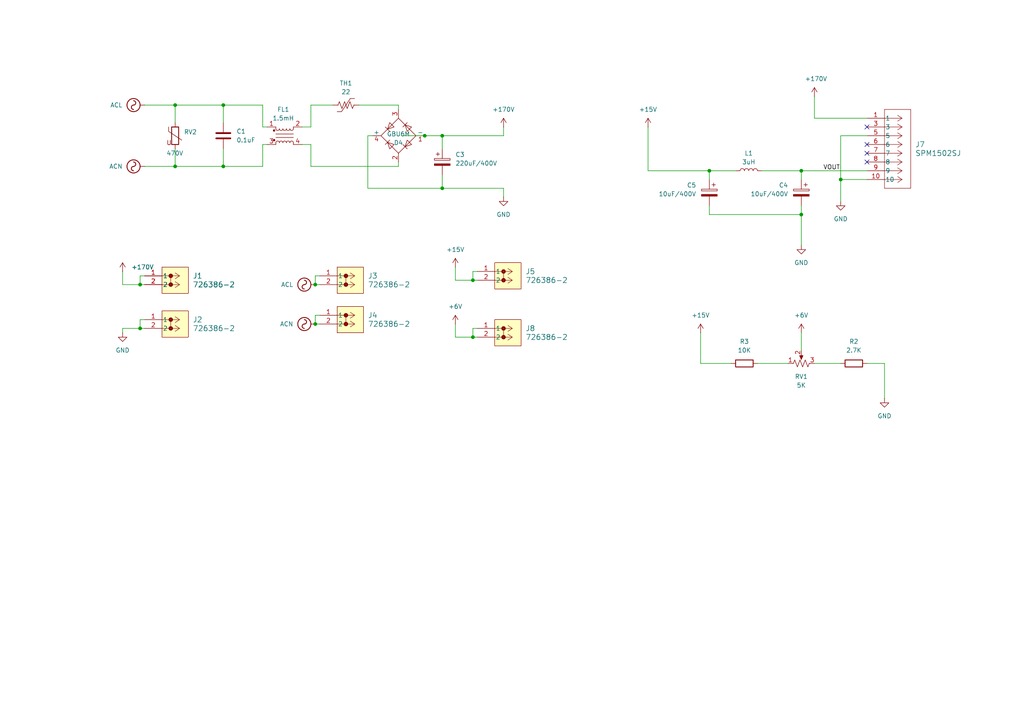
<source format=kicad_sch>
(kicad_sch (version 20250114) (generator "eeschema") (generator_version "9.0")
  (paper "A4")
  (lib_symbols
    (symbol "Device:C" (pin_numbers (hide yes)) (pin_names (offset 0.254))
      (property "Reference" "C" (at 0.635 2.54 0))
      (property "Value" "C" (at 0.635 -2.54 0))
      (symbol "C_0_1"
        (polyline (pts (xy -2.032 0.762) (xy 2.032 0.762)) (stroke (width 0.508)))
        (polyline (pts (xy -2.032 -0.762) (xy 2.032 -0.762)) (stroke (width 0.508)))
      )
      (symbol "C_1_1"
        (pin passive line (at 0 3.81 270) (length 2.794) (name "~") (number "1"))
        (pin passive line (at 0 -3.81 90) (length 2.794) (name "~") (number "2"))
      )
    )
    (symbol "Device:C_Polarized" (pin_numbers (hide yes)) (pin_names (offset 0.254))
      (property "Reference" "C" (at 0.635 2.54 0))
      (property "Value" "C_Polarized" (at 0.635 -2.54 0))
      (symbol "C_Polarized_0_1"
        (rectangle (start -2.286 0.508) (end 2.286 1.016))
        (polyline (pts (xy -1.778 2.286) (xy -0.762 2.286)))
        (polyline (pts (xy -1.27 2.794) (xy -1.27 1.778)))
        (rectangle (start 2.286 -0.508) (end -2.286 -1.016) (fill (type outline)))
      )
      (symbol "C_Polarized_1_1"
        (pin passive line (at 0 3.81 270) (length 2.794) (name "~") (number "1"))
        (pin passive line (at 0 -3.81 90) (length 2.794) (name "~") (number "2"))
      )
    )
    (symbol "Device:L" (pin_numbers (hide yes)) (pin_names (offset 1.016) (hide yes))
      (property "Reference" "L" (at -1.27 0 90))
      (property "Value" "L" (at 1.905 0 90))
      (symbol "L_0_1"
        (arc (start 0 2.54) (mid 0.6323 1.905) (end 0 1.27))
        (arc (start 0 1.27) (mid 0.6323 0.635) (end 0 0))
        (arc (start 0 0) (mid 0.6323 -0.635) (end 0 -1.27))
        (arc (start 0 -1.27) (mid 0.6323 -1.905) (end 0 -2.54))
      )
      (symbol "L_1_1"
        (pin passive line (at 0 3.81 270) (length 1.27) (name "1") (number "1"))
        (pin passive line (at 0 -3.81 90) (length 1.27) (name "2") (number "2"))
      )
    )
    (symbol "Device:R" (pin_numbers (hide yes)) (pin_names (offset 0))
      (property "Reference" "R" (at 2.032 0 90))
      (property "Value" "R" (at 0 0 90))
      (symbol "R_0_1"
        (rectangle (start -1.016 -2.54) (end 1.016 2.54) (stroke (width 0.254)))
      )
      (symbol "R_1_1"
        (pin passive line (at 0 3.81 270) (length 1.27) (name "~") (number "1"))
        (pin passive line (at 0 -3.81 90) (length 1.27) (name "~") (number "2"))
      )
    )
    (symbol "Device:R_Potentiometer_US" (pin_names (offset 1.016) (hide yes))
      (property "Reference" "RV" (at -4.445 0 90))
      (property "Value" "R_Potentiometer_US" (at -2.54 0 90))
      (symbol "R_Potentiometer_US_0_1"
        (polyline (pts (xy 0 2.54) (xy 0 2.286)))
        (polyline (pts (xy 0 2.286) (xy 1.016 1.905) (xy 0 1.524) (xy -1.016 1.143) (xy 0 0.762)))
        (polyline (pts (xy 0 0.762) (xy 1.016 0.381) (xy 0 0) (xy -1.016 -0.381) (xy 0 -0.762)))
        (polyline (pts (xy 0 -0.762) (xy 1.016 -1.143) (xy 0 -1.524) (xy -1.016 -1.905) (xy 0 -2.286)))
        (polyline (pts (xy 0 -2.286) (xy 0 -2.54)))
        (polyline (pts (xy 1.143 0) (xy 2.286 0.508) (xy 2.286 -0.508) (xy 1.143 0)) (fill (type outline)))
        (polyline (pts (xy 2.54 0) (xy 1.524 0)))
      )
      (symbol "R_Potentiometer_US_1_1"
        (pin passive line (at 0 3.81 270) (length 1.27) (name "1") (number "1"))
        (pin passive line (at 0 -3.81 90) (length 1.27) (name "3") (number "3"))
        (pin passive line (at 3.81 0 180) (length 1.27) (name "2") (number "2"))
      )
    )
    (symbol "Device:Thermistor_US" (pin_numbers (hide yes)) (pin_names (offset 0))
      (property "Reference" "TH" (at 2.54 1.27 90))
      (property "Value" "Thermistor_US" (at -2.54 0 90))
      (symbol "Thermistor_US_0_1"
        (polyline (pts (xy -1.905 2.54) (xy -1.905 1.27) (xy 1.905 -1.27)))
        (polyline (pts (xy 0 2.286) (xy 0 2.54)))
        (polyline (pts (xy 0 2.286) (xy 1.016 1.905) (xy 0 1.524) (xy -1.016 1.143) (xy 0 0.762)))
        (polyline (pts (xy 0 0.762) (xy 1.016 0.381) (xy 0 0) (xy -1.016 -0.381) (xy 0 -0.762)))
        (polyline (pts (xy 0 -0.762) (xy 1.016 -1.143) (xy 0 -1.524) (xy -1.016 -1.905) (xy 0 -2.286)))
        (polyline (pts (xy 0 -2.286) (xy 0 -2.54)))
        (polyline (pts (xy 1.905 -1.27) (xy 1.905 -2.54)))
      )
      (symbol "Thermistor_US_1_1"
        (pin passive line (at 0 3.81 270) (length 1.27) (name "~") (number "1"))
        (pin passive line (at 0 -3.81 90) (length 1.27) (name "~") (number "2"))
      )
    )
    (symbol "Device:Varistor" (pin_numbers (hide yes)) (pin_names (offset 0))
      (property "Reference" "RV" (at 3.175 0 90))
      (property "Value" "Varistor" (at -3.175 0 90))
      (symbol "Varistor_0_0"
        (text "U" (at -1.778 -2.032 0) (effects (font (size 1.27 1.27))))
      )
      (symbol "Varistor_0_1"
        (polyline (pts (xy -1.905 2.54) (xy -1.905 1.27) (xy 1.905 -1.27)))
        (rectangle (start -1.016 -2.54) (end 1.016 2.54) (stroke (width 0.254)))
      )
      (symbol "Varistor_1_1"
        (pin passive line (at 0 3.81 270) (length 1.27) (name "~") (number "1"))
        (pin passive line (at 0 -3.81 90) (length 1.27) (name "~") (number "2"))
      )
    )
    (symbol "Diode_Bridge:B40C5000-3x00A" (pin_names (offset 0))
      (property "Reference" "D" (at 2.54 6.985 0))
      (property "Value" "B40C5000-3x00A" (at 2.54 5.08 0))
      (symbol "B40C5000-3x00A_0_1"
        (polyline (pts (xy -5.08 0) (xy 0 -5.08) (xy 5.08 0) (xy 0 5.08) (xy -5.08 0)))
        (polyline (pts (xy -3.81 2.54) (xy -2.54 1.27) (xy -1.905 3.175) (xy -3.81 2.54)))
        (polyline (pts (xy -2.54 3.81) (xy -1.27 2.54)))
        (polyline (pts (xy -2.54 -1.27) (xy -3.81 -2.54) (xy -1.905 -3.175) (xy -2.54 -1.27)))
        (polyline (pts (xy -1.27 -2.54) (xy -2.54 -3.81)))
        (polyline (pts (xy 1.27 2.54) (xy 2.54 3.81) (xy 3.175 1.905) (xy 1.27 2.54)))
        (polyline (pts (xy 2.54 1.27) (xy 3.81 2.54)))
        (polyline (pts (xy 2.54 -1.27) (xy 3.81 -2.54)))
        (polyline (pts (xy 3.175 -1.905) (xy 1.27 -2.54) (xy 2.54 -3.81) (xy 3.175 -1.905)))
      )
      (symbol "B40C5000-3x00A_1_1"
        (pin passive line (at -7.62 0 0) (length 2.54) (name "-") (number "1"))
        (pin passive line (at 0 7.62 270) (length 2.54) (name "~") (number "2"))
        (pin passive line (at 0 -7.62 90) (length 2.54) (name "~") (number "3"))
        (pin passive line (at 7.62 0 180) (length 2.54) (name "+") (number "4"))
      )
    )
    (symbol "Filter:Choke_Schaffner_RN102-0.3-02-12M" (pin_names (hide yes))
      (property "Reference" "FL" (at 0 5.08 0))
      (property "Value" "Choke_Schaffner_RN102-0.3-02-12M" (at 0 -5.08 0))
      (symbol "Choke_Schaffner_RN102-0.3-02-12M_1_1"
        (circle (center -3.048 1.524) (radius 0.254) (fill (type outline)))
        (circle (center -3.048 -1.27) (radius 0.254) (fill (type outline)))
        (polyline (pts (xy -2.54 2.032) (xy -2.54 2.54)))
        (polyline (pts (xy -2.54 0.508) (xy 2.54 0.508)))
        (polyline (pts (xy -2.54 -2.032) (xy -2.54 -2.54)))
        (arc (start -1.524 2.032) (mid -2.032 1.5262) (end -2.54 2.032))
        (arc (start -2.54 -2.032) (mid -2.032 -1.5262) (end -1.524 -2.032))
        (arc (start -0.508 2.032) (mid -1.016 1.5262) (end -1.524 2.032))
        (arc (start -1.524 -2.032) (mid -1.016 -1.5262) (end -0.508 -2.032))
        (arc (start 0.508 2.032) (mid 0 1.5262) (end -0.508 2.032))
        (arc (start -0.508 -2.032) (mid 0 -1.5262) (end 0.508 -2.032))
        (arc (start 1.524 2.032) (mid 1.016 1.5262) (end 0.508 2.032))
        (arc (start 0.508 -2.032) (mid 1.016 -1.5262) (end 1.524 -2.032))
        (arc (start 2.54 2.032) (mid 2.032 1.5262) (end 1.524 2.032))
        (arc (start 1.524 -2.032) (mid 2.032 -1.5262) (end 2.54 -2.032))
        (polyline (pts (xy 2.54 2.54) (xy 2.54 2.032)))
        (polyline (pts (xy 2.54 -0.508) (xy -2.54 -0.508)))
        (polyline (pts (xy 2.54 -2.032) (xy 2.54 -2.54)))
        (pin passive line (at -5.08 2.54 0) (length 2.54) (name "1") (number "1"))
        (pin passive line (at -5.08 -2.54 0) (length 2.54) (name "3") (number "3"))
        (pin passive line (at 5.08 2.54 180) (length 2.54) (name "2") (number "2"))
        (pin passive line (at 5.08 -2.54 180) (length 2.54) (name "4") (number "4"))
      )
    )
    (symbol "ac-dc-converter:726386-2" (pin_names (offset 0.254))
      (property "Reference" "J" (at 8.89 6.35 0))
      (property "Value" "726386-2" (at 0 0 0))
      (symbol "726386-2_1_1"
        (rectangle (start 5.08 2.54) (end 12.7 -5.08) (fill (type color) (color 255 255 194 1)))
        (circle (center 7.62 0) (radius 0.127) (stroke (width 0.508)))
        (polyline (pts (xy 7.62 0) (xy 7.62 -2.54)) (stroke (width 0.127)))
        (circle (center 7.62 -2.54) (radius 0.127) (stroke (width 0.508)))
        (polyline (pts (xy 10.16 0) (xy 8.89 -0.8467)) (stroke (width 0.127)))
        (polyline (pts (xy 10.16 0) (xy 5.08 0)) (stroke (width 0.127)))
        (polyline (pts (xy 10.16 0) (xy 8.89 0.8467)) (stroke (width 0.127)))
        (polyline (pts (xy 10.16 -2.54) (xy 8.89 -3.3867)) (stroke (width 0.127)))
        (polyline (pts (xy 10.16 -2.54) (xy 5.08 -2.54)) (stroke (width 0.127)))
        (polyline (pts (xy 10.16 -2.54) (xy 8.89 -1.6933)) (stroke (width 0.127)))
        (pin unspecified line (at 0 0 0) (length 5.08) (name "1") (number "1"))
        (pin unspecified line (at 0 -2.54 0) (length 5.08) (name "2") (number "2"))
      )
      (symbol "726386-2_1_2"
        (polyline (pts (xy 5.08 2.54) (xy 5.08 -5.08)) (stroke (width 0.127)))
        (polyline (pts (xy 5.08 -5.08) (xy 12.7 -5.08)) (stroke (width 0.127)))
        (polyline (pts (xy 6.35 0) (xy 6.35 -2.54)) (stroke (width 0.127)))
        (circle (center 6.35 0) (radius 0.127) (stroke (width 0.508)))
        (circle (center 6.35 -2.54) (radius 0.127) (stroke (width 0.508)))
        (polyline (pts (xy 7.62 0) (xy 5.08 0)) (stroke (width 0.127)))
        (polyline (pts (xy 7.62 0) (xy 8.89 -0.8467)) (stroke (width 0.127)))
        (polyline (pts (xy 7.62 0) (xy 8.89 0.8467)) (stroke (width 0.127)))
        (polyline (pts (xy 7.62 -2.54) (xy 8.89 -3.3867)) (stroke (width 0.127)))
        (polyline (pts (xy 7.62 -2.54) (xy 5.08 -2.54)) (stroke (width 0.127)))
        (polyline (pts (xy 7.62 -2.54) (xy 8.89 -1.6933)) (stroke (width 0.127)))
        (polyline (pts (xy 12.7 2.54) (xy 5.08 2.54)) (stroke (width 0.127)))
        (polyline (pts (xy 12.7 -5.08) (xy 12.7 2.54)) (stroke (width 0.127)))
        (pin unspecified line (at 0 0 0) (length 5.08) (name "1") (number "1"))
        (pin unspecified line (at 0 -2.54 0) (length 5.08) (name "2") (number "2"))
      )
    )
    (symbol "ac-dc-converter:SPM1502SJ" (pin_names (offset 0.254))
      (property "Reference" "J" (at 8.89 6.35 0))
      (property "Value" "SPM1502SJ" (at 0 0 0))
      (symbol "SPM1502SJ_0_1"
        (polyline (pts (xy 5.08 2.54) (xy 5.08 -20.32)) (stroke (width 0.127)))
        (polyline (pts (xy 5.08 -20.32) (xy 12.7 -20.32)) (stroke (width 0.127)))
        (polyline (pts (xy 10.16 0) (xy 8.89 -0.8467)) (stroke (width 0.127)))
        (polyline (pts (xy 10.16 0) (xy 5.08 0)) (stroke (width 0.127)))
        (polyline (pts (xy 10.16 0) (xy 8.89 0.8467)) (stroke (width 0.127)))
        (polyline (pts (xy 10.16 -2.54) (xy 8.89 -3.3867)) (stroke (width 0.127)))
        (polyline (pts (xy 10.16 -2.54) (xy 5.08 -2.54)) (stroke (width 0.127)))
        (polyline (pts (xy 10.16 -2.54) (xy 8.89 -1.6933)) (stroke (width 0.127)))
        (polyline (pts (xy 10.16 -5.08) (xy 5.08 -5.08)) (stroke (width 0.127)))
        (polyline (pts (xy 10.16 -5.08) (xy 8.89 -4.2333)) (stroke (width 0.127)))
        (polyline (pts (xy 10.16 -5.08) (xy 8.89 -5.9267)) (stroke (width 0.127)))
        (polyline (pts (xy 10.16 -7.62) (xy 8.89 -6.7733)) (stroke (width 0.127)))
        (polyline (pts (xy 10.16 -7.62) (xy 8.89 -8.4667)) (stroke (width 0.127)))
        (polyline (pts (xy 10.16 -7.62) (xy 5.08 -7.62)) (stroke (width 0.127)))
        (polyline (pts (xy 10.16 -10.16) (xy 5.08 -10.16)) (stroke (width 0.127)))
        (polyline (pts (xy 10.16 -10.16) (xy 8.89 -11.0067)) (stroke (width 0.127)))
        (polyline (pts (xy 10.16 -10.16) (xy 8.89 -9.3133)) (stroke (width 0.127)))
        (polyline (pts (xy 10.16 -12.7) (xy 8.89 -13.5467)) (stroke (width 0.127)))
        (polyline (pts (xy 10.16 -12.7) (xy 8.89 -11.8533)) (stroke (width 0.127)))
        (polyline (pts (xy 10.16 -12.7) (xy 5.08 -12.7)) (stroke (width 0.127)))
        (polyline (pts (xy 10.16 -15.24) (xy 5.08 -15.24)) (stroke (width 0.127)))
        (polyline (pts (xy 10.16 -15.24) (xy 8.89 -16.0867)) (stroke (width 0.127)))
        (polyline (pts (xy 10.16 -15.24) (xy 8.89 -14.3933)) (stroke (width 0.127)))
        (polyline (pts (xy 10.16 -17.78) (xy 8.89 -18.6267)) (stroke (width 0.127)))
        (polyline (pts (xy 10.16 -17.78) (xy 8.89 -16.9333)) (stroke (width 0.127)))
        (polyline (pts (xy 10.16 -17.78) (xy 5.08 -17.78)) (stroke (width 0.127)))
        (polyline (pts (xy 12.7 2.54) (xy 5.08 2.54)) (stroke (width 0.127)))
        (polyline (pts (xy 12.7 -20.32) (xy 12.7 2.54)) (stroke (width 0.127)))
        (pin unspecified line (at 0 0 0) (length 5.08) (name "1") (number "1"))
        (pin unspecified line (at 0 -2.54 0) (length 5.08) (name "3") (number "3"))
        (pin unspecified line (at 0 -5.08 0) (length 5.08) (name "5") (number "5"))
        (pin unspecified line (at 0 -7.62 0) (length 5.08) (name "6") (number "6"))
        (pin unspecified line (at 0 -10.16 0) (length 5.08) (name "7") (number "7"))
        (pin unspecified line (at 0 -12.7 0) (length 5.08) (name "8") (number "8"))
        (pin unspecified line (at 0 -15.24 0) (length 5.08) (name "9") (number "9"))
        (pin unspecified line (at 0 -17.78 0) (length 5.08) (name "10") (number "10"))
      )
    )
    (symbol "power:+15V" (power) (pin_numbers (hide yes)) (pin_names (offset 0) (hide yes))
      (property "Value" "+15V" (at 0 3.556 0))
      (symbol "+15V_0_1"
        (polyline (pts (xy -0.762 1.27) (xy 0 2.54)))
        (polyline (pts (xy 0 2.54) (xy 0.762 1.27)))
        (polyline (pts (xy 0 0) (xy 0 2.54)))
      )
      (symbol "+15V_1_1"
        (pin power_in line (at 0 0 90) (length 0) (name "~") (number "1"))
      )
    )
    (symbol "power:+48V" (power) (pin_numbers (hide yes)) (pin_names (offset 0) (hide yes))
      (property "Value" "+48V" (at 0 3.556 0))
      (symbol "+48V_0_1"
        (polyline (pts (xy -0.762 1.27) (xy 0 2.54)))
        (polyline (pts (xy 0 2.54) (xy 0.762 1.27)))
        (polyline (pts (xy 0 0) (xy 0 2.54)))
      )
      (symbol "+48V_1_1"
        (pin power_in line (at 0 0 90) (length 0) (name "~") (number "1"))
      )
    )
    (symbol "power:AC" (power) (pin_numbers (hide yes)) (pin_names (offset 0) (hide yes))
      (property "Value" "AC" (at 0 6.35 0))
      (symbol "AC_0_1"
        (arc (start -1.27 3.175) (mid -0.635 3.8073) (end 0 3.175) (stroke (width 0.254)))
        (circle (center 0 3.175) (radius 1.905) (stroke (width 0.254)))
        (polyline (pts (xy 0 0) (xy 0 1.27)))
        (arc (start 1.27 3.175) (mid 0.635 2.5427) (end 0 3.175) (stroke (width 0.254)))
      )
      (symbol "AC_1_1"
        (pin power_in line (at 0 0 90) (length 0) (name "~") (number "1"))
      )
    )
    (symbol "power:GND" (power) (pin_numbers (hide yes)) (pin_names (offset 0) (hide yes))
      (property "Value" "GND" (at 0 -3.81 0))
      (symbol "GND_0_1"
        (polyline (pts (xy 0 0) (xy 0 -1.27) (xy 1.27 -1.27) (xy 0 -2.54) (xy -1.27 -1.27) (xy 0 -1.27)))
      )
      (symbol "GND_1_1"
        (pin power_in line (at 0 0 270) (length 0) (name "~") (number "1"))
      )
    )
  )
  (junction (at 64.77 48.26))
  (junction (at 91.44 93.98))
  (junction (at 137.16 81.28))
  (junction (at 40.64 95.25))
  (junction (at 205.74 49.53))
  (junction (at 137.16 97.79))
  (junction (at 50.8 30.48))
  (junction (at 128.27 54.61))
  (junction (at 232.41 49.53))
  (junction (at 50.8 48.26))
  (junction (at 40.64 82.55))
  (junction (at 243.84 52.07))
  (junction (at 91.44 82.55))
  (junction (at 123.19 39.37))
  (junction (at 128.27 39.37))
  (junction (at 64.77 30.48))
  (junction (at 232.41 62.23))
  (no_connect (at 251.46 44.45))
  (no_connect (at 251.46 36.83))
  (no_connect (at 251.46 41.91))
  (no_connect (at 251.46 46.99))
  (wire (pts (xy 232.41 62.23) (xy 205.74 62.23)))
  (wire (pts (xy 232.41 59.69) (xy 232.41 62.23)))
  (wire (pts (xy 91.44 82.55) (xy 92.71 82.55)))
  (wire (pts (xy 35.56 78.74) (xy 35.56 82.55)))
  (wire (pts (xy 41.91 80.01) (xy 40.64 80.01)))
  (wire (pts (xy 251.46 34.29) (xy 236.22 34.29)))
  (wire (pts (xy 251.46 39.37) (xy 243.84 39.37)))
  (wire (pts (xy 41.91 48.26) (xy 50.8 48.26)))
  (wire (pts (xy 128.27 50.8) (xy 128.27 54.61)))
  (wire (pts (xy 132.08 77.47) (xy 132.08 81.28)))
  (wire (pts (xy 123.19 39.37) (xy 128.27 39.37)))
  (wire (pts (xy 92.71 80.01) (xy 91.44 80.01)))
  (wire (pts (xy 128.27 39.37) (xy 146.05 39.37)))
  (wire (pts (xy 138.43 95.25) (xy 137.16 95.25)))
  (wire (pts (xy 76.2 41.91) (xy 76.2 48.26)))
  (wire (pts (xy 40.64 92.71) (xy 40.64 95.25)))
  (wire (pts (xy 205.74 49.53) (xy 205.74 52.07)))
  (wire (pts (xy 76.2 30.48) (xy 76.2 36.83)))
  (wire (pts (xy 35.56 96.52) (xy 35.56 95.25)))
  (wire (pts (xy 243.84 52.07) (xy 251.46 52.07)))
  (wire (pts (xy 128.27 39.37) (xy 128.27 43.18)))
  (wire (pts (xy 91.44 93.98) (xy 92.71 93.98)))
  (wire (pts (xy 92.71 91.44) (xy 91.44 91.44)))
  (wire (pts (xy 232.41 49.53) (xy 220.98 49.53)))
  (wire (pts (xy 64.77 30.48) (xy 76.2 30.48)))
  (wire (pts (xy 236.22 105.41) (xy 243.84 105.41)))
  (wire (pts (xy 50.8 30.48) (xy 64.77 30.48)))
  (wire (pts (xy 64.77 48.26) (xy 76.2 48.26)))
  (wire (pts (xy 91.44 91.44) (xy 91.44 93.98)))
  (wire (pts (xy 64.77 43.18) (xy 64.77 48.26)))
  (wire (pts (xy 256.54 105.41) (xy 256.54 115.57)))
  (wire (pts (xy 40.64 82.55) (xy 41.91 82.55)))
  (wire (pts (xy 243.84 39.37) (xy 243.84 52.07)))
  (wire (pts (xy 146.05 54.61) (xy 146.05 57.15)))
  (wire (pts (xy 50.8 48.26) (xy 64.77 48.26)))
  (wire (pts (xy 41.91 30.48) (xy 50.8 30.48)))
  (wire (pts (xy 232.41 52.07) (xy 232.41 49.53)))
  (wire (pts (xy 137.16 95.25) (xy 137.16 97.79)))
  (wire (pts (xy 106.68 54.61) (xy 128.27 54.61)))
  (wire (pts (xy 232.41 62.23) (xy 232.41 71.12)))
  (wire (pts (xy 116.84 39.37) (xy 123.19 39.37)))
  (wire (pts (xy 90.17 36.83) (xy 90.17 30.48)))
  (wire (pts (xy 115.57 46.99) (xy 115.57 48.26)))
  (wire (pts (xy 232.41 96.52) (xy 232.41 101.6)))
  (wire (pts (xy 76.2 36.83) (xy 77.47 36.83)))
  (wire (pts (xy 146.05 36.83) (xy 146.05 39.37)))
  (wire (pts (xy 132.08 93.98) (xy 132.08 97.79)))
  (wire (pts (xy 64.77 30.48) (xy 64.77 35.56)))
  (wire (pts (xy 104.14 30.48) (xy 115.57 30.48)))
  (wire (pts (xy 187.96 36.83) (xy 187.96 49.53)))
  (wire (pts (xy 106.68 39.37) (xy 106.68 54.61)))
  (wire (pts (xy 77.47 41.91) (xy 76.2 41.91)))
  (wire (pts (xy 90.17 30.48) (xy 96.52 30.48)))
  (wire (pts (xy 213.36 49.53) (xy 205.74 49.53)))
  (wire (pts (xy 128.27 54.61) (xy 146.05 54.61)))
  (wire (pts (xy 87.63 36.83) (xy 90.17 36.83)))
  (wire (pts (xy 115.57 30.48) (xy 115.57 31.75)))
  (wire (pts (xy 40.64 95.25) (xy 41.91 95.25)))
  (wire (pts (xy 35.56 95.25) (xy 40.64 95.25)))
  (wire (pts (xy 232.41 49.53) (xy 251.46 49.53)))
  (wire (pts (xy 243.84 52.07) (xy 243.84 58.42)))
  (wire (pts (xy 90.17 48.26) (xy 115.57 48.26)))
  (wire (pts (xy 236.22 27.94) (xy 236.22 34.29)))
  (wire (pts (xy 132.08 97.79) (xy 137.16 97.79)))
  (wire (pts (xy 137.16 78.74) (xy 137.16 81.28)))
  (wire (pts (xy 251.46 105.41) (xy 256.54 105.41)))
  (wire (pts (xy 212.09 105.41) (xy 203.2 105.41)))
  (wire (pts (xy 87.63 41.91) (xy 90.17 41.91)))
  (wire (pts (xy 50.8 30.48) (xy 50.8 35.56)))
  (wire (pts (xy 132.08 81.28) (xy 137.16 81.28)))
  (wire (pts (xy 228.6 105.41) (xy 219.71 105.41)))
  (wire (pts (xy 137.16 97.79) (xy 138.43 97.79)))
  (wire (pts (xy 205.74 59.69) (xy 205.74 62.23)))
  (wire (pts (xy 137.16 81.28) (xy 138.43 81.28)))
  (wire (pts (xy 205.74 49.53) (xy 187.96 49.53)))
  (wire (pts (xy 107.95 39.37) (xy 106.68 39.37)))
  (wire (pts (xy 40.64 80.01) (xy 40.64 82.55)))
  (wire (pts (xy 50.8 43.18) (xy 50.8 48.26)))
  (wire (pts (xy 90.17 41.91) (xy 90.17 48.26)))
  (wire (pts (xy 35.56 82.55) (xy 40.64 82.55)))
  (wire (pts (xy 203.2 96.52) (xy 203.2 105.41)))
  (wire (pts (xy 138.43 78.74) (xy 137.16 78.74)))
  (wire (pts (xy 91.44 80.01) (xy 91.44 82.55)))
  (wire (pts (xy 41.91 92.71) (xy 40.64 92.71)))
  (label "VOUT" (at 238.76 49.53 0))
  (symbol (lib_id "ac-dc-converter:726386-2") (at 138.43 95.25 0) (unit 1)
    (property "Reference" "J8" (at 152.4 95.2499 0) (effects (font (size 1.524 1.524)) (justify left)))
    (property "Value" "726386-2" (at 152.4 97.7899 0) (effects (font (size 1.524 1.524)) (justify left)))
    (property "Footprint" "ac-dc-converter:CONN_726386-2_TEC" (effects (hide yes)))
    (property "Datasheet" "726386-2" (effects (hide yes)))
    (property "Part" "726386-2" (effects (hide yes)))
  )
  (symbol (lib_id "power:+48V") (at 236.22 27.94 0) (unit 1)
    (property "Reference" "#PWR010" (effects (hide yes)))
    (property "Value" "+170V" (at 233.426 22.86 0) (effects (justify left)))
    (property "Description" "Power symbol creates a global label with name \"+48V\"" (effects (hide yes)))
  )
  (symbol (lib_id "power:AC") (at 91.44 93.98 90) (unit 1)
    (property "Reference" "#PWR05" (effects (hide yes)))
    (property "Value" "ACN" (at 85.09 93.9799 90) (effects (justify left)))
    (property "Description" "Power symbol creates a global label with name \"AC\"" (effects (hide yes)))
  )
  (symbol (lib_id "Device:Varistor") (at 50.8 39.37 0) (unit 1)
    (property "Reference" "RV2" (at 53.34 38.2932 0) (effects (justify left)))
    (property "Value" "470V" (at 48.26 44.45 0) (effects (justify left)))
    (property "Footprint" "ac-dc-converter:VAR_MOV-10D471K_BRN" (effects (hide yes)))
    (property "Datasheet" "https://www.bourns.com/docs/Product-Datasheets/MOV10D.pdf" (effects (hide yes)))
    (property "Sim.Name" "kicad_builtin_varistor" (effects (hide yes)))
    (property "Sim.Device" "SUBCKT" (effects (hide yes)))
    (property "Sim.Pins" "1=A 2=B" (effects (hide yes)))
    (property "Sim.Params" "threshold=1k" (effects (hide yes)))
    (property "Sim.Library" "${KICAD7_SYMBOL_DIR}/Simulation_SPICE.sp" (effects (hide yes)))
    (property "Part" "MOV-10D471K" (effects (hide yes)))
  )
  (symbol (lib_id "ac-dc-converter:726386-2") (at 92.71 80.01 0) (unit 1)
    (property "Reference" "J3" (at 106.68 80.0099 0) (effects (font (size 1.524 1.524)) (justify left)))
    (property "Value" "726386-2" (at 106.68 82.5499 0) (effects (font (size 1.524 1.524)) (justify left)))
    (property "Footprint" "ac-dc-converter:CONN_726386-2_TEC" (effects (hide yes)))
    (property "Datasheet" "726386-2" (effects (hide yes)))
    (property "Part" "726386-2" (effects (hide yes)))
  )
  (symbol (lib_id "ac-dc-converter:SPM1502SJ") (at 251.46 34.29 0) (unit 1)
    (property "Reference" "J7" (at 265.43 41.9099 0) (effects (font (size 1.524 1.524)) (justify left)))
    (property "Value" "SPM1502SJ" (at 265.43 44.4499 0) (effects (font (size 1.524 1.524)) (justify left)))
    (property "Footprint" "ac-dc-converter:CONN8_502SJ_TMA" (effects (hide yes)))
    (property "Datasheet" "SPM1502SJ" (effects (hide yes)))
    (property "Part" "SPM1502SJ" (effects (hide yes)))
  )
  (symbol (lib_id "Device:C_Polarized") (at 205.74 55.88 0) (mirror y) (unit 1)
    (property "Reference" "C5" (at 201.93 53.7209 0) (effects (justify left)))
    (property "Value" "10uF/400V" (at 201.93 56.2609 0) (effects (justify left)))
    (property "Footprint" "Capacitor_THT:CP_Radial_D8.0mm_P3.50mm" (effects (hide yes)))
    (property "Datasheet" "https://www.rubycon.co.jp/wp-content/uploads/catalog-aluminum/AX.pdf" (effects (hide yes)))
    (property "Description" "400AX10MEFC8X16" (effects (hide yes)))
    (property "Part" "400AX10MEFC8X16" (effects (hide yes)))
  )
  (symbol (lib_id "power:AC") (at 91.44 82.55 90) (unit 1)
    (property "Reference" "#PWR06" (effects (hide yes)))
    (property "Value" "ACL" (at 85.09 82.5499 90) (effects (justify left)))
    (property "Description" "Power symbol creates a global label with name \"AC\"" (effects (hide yes)))
  )
  (symbol (lib_id "Filter:Choke_Schaffner_RN102-0.3-02-12M") (at 82.55 39.37 0) (unit 1)
    (property "Reference" "FL1" (at 82.169 31.75 0))
    (property "Value" "1.5mH" (at 82.169 34.29 0))
    (property "Footprint" "ac-dc-converter:SU9HF07015" (effects (hide yes)))
    (property "Datasheet" "https://www.mouser.com/datasheet/2/447/KEM_LF0017_SU9VF_9HF-3317014.pdf" (effects (hide yes)))
    (property "Description" "SU9HF-07015" (effects (hide yes)))
    (property "Part" "SU9HF-07015" (effects (hide yes)))
  )
  (symbol (lib_id "Device:R_Potentiometer_US") (at 232.41 105.41 90) (unit 1)
    (property "Reference" "RV1" (at 232.41 109.22 90))
    (property "Value" "5K" (at 232.41 111.76 90))
    (property "Footprint" "Potentiometer_THT:Potentiometer_Bourns_3296W_Vertical" (effects (hide yes)))
    (property "Description" "Potentiometer, US symbol" (effects (hide yes)))
    (property "Part" "3296W-1-502LF" (effects (hide yes)))
  )
  (symbol (lib_id "Device:C") (at 64.77 39.37 0) (unit 1)
    (property "Reference" "C1" (at 68.58 38.0999 0) (effects (justify left)))
    (property "Value" "0.1uF" (at 68.58 40.6399 0) (effects (justify left)))
    (property "Footprint" "ac-dc-converter:CAP_17.5 X 10 X 16.5_VIS" (effects (hide yes)))
    (property "Datasheet" "https://www.vishay.com/docs/28116/mkp3381x1.pdf" (effects (hide yes)))
    (property "Description" "BFC233810104" (effects (hide yes)))
    (property "Part" "BFC233810104" (effects (hide yes)))
  )
  (symbol (lib_id "ac-dc-converter:726386-2") (at 41.91 92.71 0) (unit 1)
    (property "Reference" "J2" (at 55.88 92.7099 0) (effects (font (size 1.524 1.524)) (justify left)))
    (property "Value" "726386-2" (at 55.88 95.2499 0) (effects (font (size 1.524 1.524)) (justify left)))
    (property "Footprint" "ac-dc-converter:CONN_726386-2_TEC" (effects (hide yes)))
    (property "Datasheet" "726386-2" (effects (hide yes)))
    (property "Part" "726386-2" (effects (hide yes)))
  )
  (symbol (lib_id "Device:L") (at 217.17 49.53 270) (mirror x) (unit 1)
    (property "Reference" "L1" (at 217.17 44.45 90))
    (property "Value" "3uH" (at 217.17 46.99 90))
    (property "Footprint" "Inductor_THT:L_Radial_D6.0mm_P4.00mm" (effects (hide yes)))
    (property "Description" "Inductor" (effects (hide yes)))
    (property "Part" "DRC-V-3R3M" (effects (hide yes)))
  )
  (symbol (lib_id "ac-dc-converter:726386-2") (at 138.43 78.74 0) (unit 1)
    (property "Reference" "J5" (at 152.4 78.7399 0) (effects (font (size 1.524 1.524)) (justify left)))
    (property "Value" "726386-2" (at 152.4 81.2799 0) (effects (font (size 1.524 1.524)) (justify left)))
    (property "Footprint" "ac-dc-converter:CONN_726386-2_TEC" (effects (hide yes)))
    (property "Datasheet" "726386-2" (effects (hide yes)))
    (property "Part" "726386-2" (effects (hide yes)))
  )
  (symbol (lib_id "Device:C_Polarized") (at 128.27 46.99 0) (unit 1)
    (property "Reference" "C3" (at 132.08 44.8309 0) (effects (justify left)))
    (property "Value" "220uF/400V" (at 132.08 47.3709 0) (effects (justify left)))
    (property "Footprint" "Capacitor_THT:CP_Radial_D22.0mm_P10.00mm_SnapIn" (effects (hide yes)))
    (property "Description" "Polarized capacitor (EKMM401VSN221MP50S)" (effects (hide yes)))
    (property "Part" "EKMM401VSN221MP50S" (effects (hide yes)))
  )
  (symbol (lib_id "Device:Thermistor_US") (at 100.33 30.48 90) (unit 1)
    (property "Reference" "TH1" (at 100.33 24.13 90))
    (property "Value" "22" (at 100.33 26.67 90))
    (property "Footprint" "ac-dc-converter:MF72-010D9_CTM" (effects (hide yes)))
    (property "Datasheet" "https://www.cantherm.com/wp-content/uploads/2018/08/MF72_AUG_2018.pdf" (effects (hide yes)))
    (property "Description" "MF72-022D7" (effects (hide yes)))
    (property "Part" "MF72-022D7" (effects (hide yes)))
  )
  (symbol (lib_id "power:+15V") (at 232.41 96.52 0) (unit 1)
    (property "Reference" "#PWR018" (effects (hide yes)))
    (property "Value" "+6V" (at 232.41 91.44 0))
    (property "Description" "Power symbol creates a global label with name \"+15V\"" (effects (hide yes)))
  )
  (symbol (lib_id "ac-dc-converter:726386-2") (at 41.91 80.01 0) (unit 1)
    (property "Reference" "J1" (at 55.88 80.0099 0) (effects (font (size 1.524 1.524)) (justify left)))
    (property "Value" "726386-2" (at 55.88 82.5499 0) (effects (font (size 1.524 1.524)) (justify left)))
    (property "Footprint" "ac-dc-converter:CONN_726386-2_TEC" (effects (hide yes)))
    (property "Datasheet" "726386-2" (effects (hide yes)))
    (property "Part" "726386-2" (effects (hide yes)))
  )
  (symbol (lib_id "power:AC") (at 41.91 48.26 90) (unit 1)
    (property "Reference" "#PWR01" (effects (hide yes)))
    (property "Value" "ACN" (at 35.56 48.2599 90) (effects (justify left)))
    (property "Description" "Power symbol creates a global label with name \"AC\"" (effects (hide yes)))
  )
  (symbol (lib_id "power:+15V") (at 187.96 36.83 0) (mirror y) (unit 1)
    (property "Reference" "#PWR021" (effects (hide yes)))
    (property "Value" "+15V" (at 187.96 31.75 0))
    (property "Description" "Power symbol creates a global label with name \"+15V\"" (effects (hide yes)))
  )
  (symbol (lib_id "power:GND") (at 35.56 96.52 0) (mirror y) (unit 1)
    (property "Reference" "#PWR08" (effects (hide yes)))
    (property "Value" "GND" (at 35.56 101.6 0))
    (property "Description" "Power symbol creates a global label with name \"GND\" , ground" (effects (hide yes)))
  )
  (symbol (lib_id "ac-dc-converter:726386-2") (at 92.71 91.44 0) (unit 1)
    (property "Reference" "J4" (at 106.68 91.4399 0) (effects (font (size 1.524 1.524)) (justify left)))
    (property "Value" "726386-2" (at 106.68 93.9799 0) (effects (font (size 1.524 1.524)) (justify left)))
    (property "Footprint" "ac-dc-converter:CONN_726386-2_TEC" (effects (hide yes)))
    (property "Datasheet" "726386-2" (effects (hide yes)))
    (property "Part" "726386-2" (effects (hide yes)))
  )
  (symbol (lib_id "power:+15V") (at 132.08 77.47 0) (unit 1)
    (property "Reference" "#PWR013" (effects (hide yes)))
    (property "Value" "+15V" (at 132.08 72.39 0))
    (property "Description" "Power symbol creates a global label with name \"+15V\"" (effects (hide yes)))
  )
  (symbol (lib_id "Device:R") (at 247.65 105.41 90) (unit 1)
    (property "Reference" "R2" (at 247.65 99.06 90))
    (property "Value" "2.7K" (at 247.65 101.6 90))
    (property "Footprint" "Resistor_THT:R_Axial_DIN0207_L6.3mm_D2.5mm_P7.62mm_Horizontal" (effects (hide yes)))
    (property "Description" "Resistor" (effects (hide yes)))
    (property "Part" "RNMF14FTC2K70" (effects (hide yes)))
  )
  (symbol (lib_id "power:GND") (at 146.05 57.15 0) (unit 1)
    (property "Reference" "#PWR015" (effects (hide yes)))
    (property "Value" "GND" (at 146.05 62.23 0))
    (property "Description" "Power symbol creates a global label with name \"GND\" , ground" (effects (hide yes)))
  )
  (symbol (lib_id "power:+48V") (at 35.56 78.74 0) (unit 1)
    (property "Reference" "#PWR07" (effects (hide yes)))
    (property "Value" "+170V" (at 38.1 77.4699 0) (effects (justify left)))
    (property "Description" "Power symbol creates a global label with name \"+48V\"" (effects (hide yes)))
  )
  (symbol (lib_id "Device:C_Polarized") (at 232.41 55.88 0) (mirror y) (unit 1)
    (property "Reference" "C4" (at 228.6 53.7209 0) (effects (justify left)))
    (property "Value" "10uF/400V" (at 228.6 56.2609 0) (effects (justify left)))
    (property "Footprint" "Capacitor_THT:CP_Radial_D8.0mm_P3.50mm" (effects (hide yes)))
    (property "Datasheet" "https://www.rubycon.co.jp/wp-content/uploads/catalog-aluminum/AX.pdf" (effects (hide yes)))
    (property "Description" "400AX10MEFC8X16" (effects (hide yes)))
    (property "Part" "400AX10MEFC8X16" (effects (hide yes)))
  )
  (symbol (lib_id "power:+15V") (at 132.08 93.98 0) (unit 1)
    (property "Reference" "#PWR017" (effects (hide yes)))
    (property "Value" "+6V" (at 132.08 88.9 0))
    (property "Description" "Power symbol creates a global label with name \"+15V\"" (effects (hide yes)))
  )
  (symbol (lib_id "power:AC") (at 41.91 30.48 90) (unit 1)
    (property "Reference" "#PWR02" (effects (hide yes)))
    (property "Value" "ACL" (at 35.56 30.4799 90) (effects (justify left)))
    (property "Description" "Power symbol creates a global label with name \"AC\"" (effects (hide yes)))
  )
  (symbol (lib_id "power:GND") (at 232.41 71.12 0) (unit 1)
    (property "Reference" "#PWR011" (effects (hide yes)))
    (property "Value" "GND" (at 232.41 76.2 0))
    (property "Description" "Power symbol creates a global label with name \"GND\" , ground" (effects (hide yes)))
  )
  (symbol (lib_id "power:+48V") (at 146.05 36.83 0) (unit 1)
    (property "Reference" "#PWR04" (effects (hide yes)))
    (property "Value" "+170V" (at 146.05 31.75 0))
    (property "Description" "Power symbol creates a global label with name \"+48V\"" (effects (hide yes)))
  )
  (symbol (lib_id "power:GND") (at 256.54 115.57 0) (mirror y) (unit 1)
    (property "Reference" "#PWR020" (effects (hide yes)))
    (property "Value" "GND" (at 256.54 120.65 0))
    (property "Description" "Power symbol creates a global label with name \"GND\" , ground" (effects (hide yes)))
  )
  (symbol (lib_id "power:+15V") (at 203.2 96.52 0) (unit 1)
    (property "Reference" "#PWR019" (effects (hide yes)))
    (property "Value" "+15V" (at 203.2 91.44 0))
    (property "Description" "Power symbol creates a global label with name \"+15V\"" (effects (hide yes)))
  )
  (symbol (lib_id "Device:R") (at 215.9 105.41 90) (unit 1)
    (property "Reference" "R3" (at 215.9 99.06 90))
    (property "Value" "10K" (at 215.9 101.6 90))
    (property "Footprint" "Resistor_THT:R_Axial_DIN0207_L6.3mm_D2.5mm_P7.62mm_Horizontal" (effects (hide yes)))
    (property "Description" "Resistor" (effects (hide yes)))
    (property "Part" "MFR-25FRF52-10K" (effects (hide yes)))
  )
  (symbol (lib_id "power:GND") (at 243.84 58.42 0) (mirror y) (unit 1)
    (property "Reference" "#PWR09" (effects (hide yes)))
    (property "Value" "GND" (at 243.84 63.5 0))
    (property "Description" "Power symbol creates a global label with name \"GND\" , ground" (effects (hide yes)))
  )
  (symbol (lib_id "Diode_Bridge:B40C5000-3x00A") (at 115.57 39.37 180) (unit 1)
    (property "Reference" "D4" (at 115.57 41.402 0))
    (property "Value" "GBU6M" (at 115.57 38.862 0))
    (property "Footprint" "ac-dc-converter:RECT_GBU_VIS" (effects (hide yes)))
    (property "Datasheet" "https://www.onsemi.com/pdf/datasheet/gbu6m-d.pdf" (effects (hide yes)))
    (property "Part" "GBU6M" (effects (hide yes)))
  )
)
</source>
